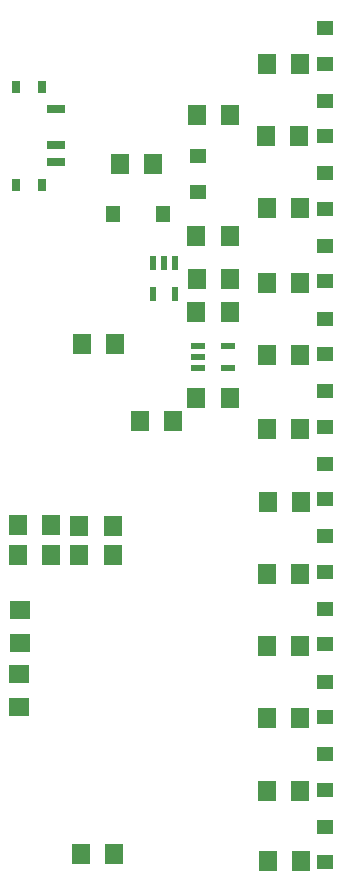
<source format=gtp>
G75*
G70*
%OFA0B0*%
%FSLAX24Y24*%
%IPPOS*%
%LPD*%
%AMOC8*
5,1,8,0,0,1.08239X$1,22.5*
%
%ADD10R,0.0217X0.0472*%
%ADD11R,0.0472X0.0217*%
%ADD12R,0.0551X0.0472*%
%ADD13R,0.0630X0.0709*%
%ADD14R,0.0500X0.0579*%
%ADD15R,0.0315X0.0394*%
%ADD16R,0.0591X0.0276*%
%ADD17R,0.0709X0.0630*%
D10*
X006051Y019896D03*
X006799Y019896D03*
X006799Y020920D03*
X006425Y020920D03*
X006051Y020920D03*
D11*
X007538Y018157D03*
X007538Y017783D03*
X007538Y017409D03*
X008562Y017409D03*
X008562Y018157D03*
D12*
X011775Y017883D03*
X011775Y019064D03*
X011775Y020303D03*
X011775Y021484D03*
X011775Y022723D03*
X011775Y023904D03*
X011775Y025143D03*
X011775Y026324D03*
X011775Y027563D03*
X011775Y028744D03*
X007550Y024474D03*
X007550Y023293D03*
X011775Y016644D03*
X011775Y015463D03*
X011775Y014224D03*
X011775Y013043D03*
X011775Y011804D03*
X011775Y010623D03*
X011775Y009384D03*
X011775Y008203D03*
X011775Y006964D03*
X011775Y005783D03*
X011775Y004544D03*
X011775Y003363D03*
X011775Y002124D03*
X011775Y000943D03*
D13*
X003649Y001233D03*
X004751Y001233D03*
X009874Y000983D03*
X010976Y000983D03*
X010946Y003333D03*
X009844Y003333D03*
X009834Y005758D03*
X010936Y005758D03*
X010936Y008158D03*
X009834Y008158D03*
X009854Y010558D03*
X010956Y010558D03*
X010976Y012958D03*
X009874Y012958D03*
X009844Y015383D03*
X010946Y015383D03*
X008601Y016408D03*
X007499Y016408D03*
X006726Y015658D03*
X005624Y015658D03*
X004776Y018233D03*
X003674Y018233D03*
X007499Y019283D03*
X008601Y019283D03*
X008626Y020383D03*
X007524Y020383D03*
X007499Y021833D03*
X008601Y021833D03*
X009854Y022758D03*
X010956Y022758D03*
X010936Y020258D03*
X009834Y020258D03*
X009864Y017858D03*
X010966Y017858D03*
X004701Y012158D03*
X004701Y011183D03*
X003599Y011183D03*
X002651Y011183D03*
X001549Y011183D03*
X001549Y012183D03*
X002651Y012183D03*
X003599Y012158D03*
X004949Y024233D03*
X006051Y024233D03*
X007524Y025858D03*
X008626Y025858D03*
X009824Y025158D03*
X010926Y025158D03*
X010946Y027558D03*
X009844Y027558D03*
D14*
X006396Y022558D03*
X004704Y022558D03*
D15*
X002358Y023524D03*
X001492Y023524D03*
X001492Y026792D03*
X002358Y026792D03*
D16*
X002811Y026044D03*
X002811Y024863D03*
X002811Y024273D03*
D17*
X001600Y009360D03*
X001600Y008257D03*
X001575Y007210D03*
X001575Y006107D03*
M02*

</source>
